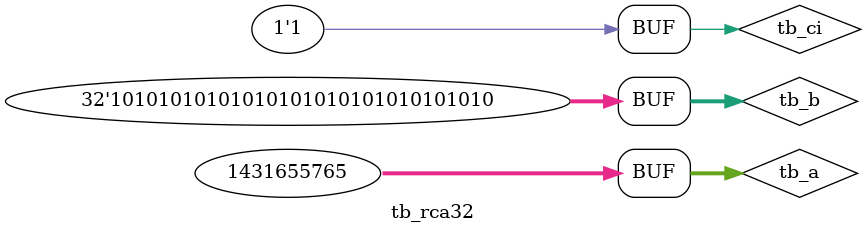
<source format=v>

`timescale 1ns/100ps //set timescale, unit/precision

module tb_rca32; // module name, tb_cla32
	reg [31:0] tb_a, tb_b; // register 32bit tb_a, tb_b
	reg tb_ci; // register 1bit tb_ci
	wire [31:0] tb_s; // 32bit wire tb_s
	wire tb_co; // 1bit wire tb_co

	
	rca32  test_cla32(.co(tb_co), .s(tb_s), .a(tb_a), .b(tb_b), .ci(tb_ci)); // use cla32 module
	
	initial begin // verificate testcase
		tb_a=32'h00000000; tb_b=32'h00000000; tb_ci=1'b1; #10; // testcase, check first carry in
		tb_a=32'h00000001; tb_b=32'h00000000; tb_ci=1'b0; #10; //testcase, sum is correct?
		tb_a=32'h00000001; tb_b=32'h00000001; tb_ci=1'b0; #10; // testcase, carry is correctly occur?
		tb_a=32'hffffffff; tb_b=32'h00000000; tb_ci=1'b1; #10; // testcase, 32bit over, is correctly carry out occur?
		tb_a=32'b01010101010101010101010101010101; tb_b=32'b10101010101010101010101010101010; tb_ci=1'b0; #10; // test case all bits are 1
		tb_a=32'b01010101010101010101010101010101; tb_b=32'b10101010101010101010101010101010; tb_ci=1'b1; #10; // test case carry out, s occur)
	
		
	end 
endmodule 
</source>
